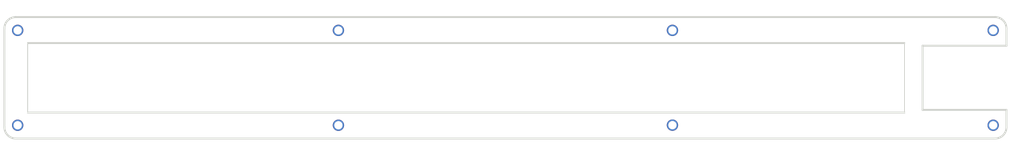
<source format=kicad_pcb>
(kicad_pcb (version 20211014) (generator pcbnew)
  (layers (0 "F.Cu" signal) (31 "B.Cu" signal) (34 "B.Paste" user) (35 "F.Paste" user) (36 "B.SilkS" user "B.Silkscreen") (37 "F.SilkS" user "F.Silkscreen") (38 "B.Mask" user) (39 "F.Mask" user) (44 "Edge.Cuts" user))
  (net 0 "")
  (footprint "CIS:CIS_Edge_L2" (layer "F.Cu") (at 16.62132 125)
    (fp_text reference "REF**" hide)
    (fp_text value "CIS_Edge_1" hide)
    (fp_line (start 3 0) (end 261 0) (layer "Edge.Cuts") (width 0.5))
    (fp_line (start 261 -32) (end 3 -32) (layer "Edge.Cuts") (width 0.5))
    (fp_line (start 0 -29) (end 0 -3) (layer "Edge.Cuts") (width 0.5))
    (fp_line (start 264 -3) (end 264 -7.55) (layer "Edge.Cuts") (width 0.5))
    (fp_line (start 264 -7.55) (end 241.9 -7.55) (layer "Edge.Cuts") (width 0.5))
    (fp_line (start 241.9 -7.55) (end 241.9 -24.45) (layer "Edge.Cuts") (width 0.5))
    (fp_line (start 241.9 -24.45) (end 264 -24.45) (layer "Edge.Cuts") (width 0.5))
    (fp_line (start 264 -24.45) (end 264 -29) (layer "Edge.Cuts") (width 0.5))
    (fp_arc (start 261 -32) (mid 263.12132 -31.12132) (end 264 -29) (layer "Edge.Cuts") (width 0.5))
    (fp_arc (start 264 -3) (mid 263.12132 -0.87868) (end 261 0) (layer "Edge.Cuts") (width 0.5))
    (fp_arc (start 0 -29) (mid 0.87868 -31.12132) (end 3 -32) (layer "Edge.Cuts") (width 0.5))
    (fp_arc (start 3 0) (mid 0.87868 -0.87868) (end 0 -3) (layer "Edge.Cuts") (width 0.5))
  )
  (footprint "CIS:CIS_Edge_Holes" (layer "F.Cu") (at 16.62132 125)
    (fp_text reference "REF**" hide)
    (fp_text value "CIS_Edge_1" hide)
    (pad "" thru_hole circle (at 88 -28.5) (size 3 3) (drill 2.2) (layers *.Cu *.Mask))
    (pad "" thru_hole circle (at 3.5 -3.5) (size 3 3) (drill 2.2) (layers *.Cu *.Mask))
    (pad "" thru_hole circle (at 260.5 -28.5) (size 3 3) (drill 2.2) (layers *.Cu *.Mask))
    (pad "" thru_hole circle (at 176 -28.5) (size 3 3) (drill 2.2) (layers *.Cu *.Mask))
    (pad "" thru_hole circle (at 88 -3.5) (size 3 3) (drill 2.2) (layers *.Cu *.Mask))
    (pad "" thru_hole circle (at 176 -3.5287) (size 3 3) (drill 2.2) (layers *.Cu *.Mask))
    (pad "" thru_hole circle (at 3.5 -28.5) (size 3 3) (drill 2.2) (layers *.Cu *.Mask))
    (pad "" thru_hole circle (at 260.5 -3.5) (size 3 3) (drill 2.2) (layers *.Cu *.Mask))
  )
  (footprint "CIS:CIS_Hole-Slot" (layer "F.Cu") (at 22.62132 109 180)
    (fp_text reference "REF**" hide)
    (fp_text value "CIS_Hole-Slot" hide)
    (pad "" np_thru_hole oval (at 1.5 0 180) (size 3 21.7) (drill oval 3 21.7) (layers F&B.Cu *.Mask))
  )
  (footprint "CIS:CIS_Hole-Slot" (layer "F.Cu") (at 253.92132 109)
    (fp_text reference "REF**" hide)
    (fp_text value "CIS_Hole-Slot" hide)
    (pad "" np_thru_hole oval (at 1.5 0) (size 3 21.7) (drill oval 3 21.7) (layers F&B.Cu *.Mask))
  )
  (gr_rect (start 253.92132 99.85) (end 22.62132 118.15) (layer "Edge.Cuts") (width 0.5) (fill none))
)
</source>
